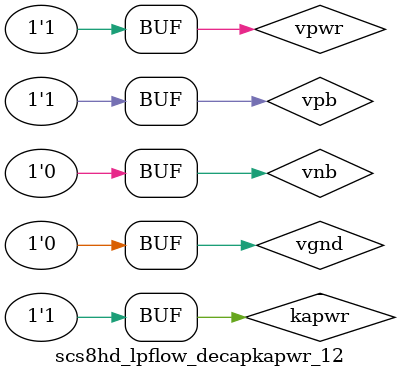
<source format=v>


`celldefine


`timescale 1ns / 1ps

module scs8hd_lpflow_decapkapwr_12  (


`ifdef SC_USE_PG_PIN
input vpwr,
input kapwr,
input vgnd
, input vpb
, input vnb
`endif

);

`ifdef functional
`else
`ifdef SC_USE_PG_PIN
`else
supply1 vpwr;
supply1 kapwr;
supply0 vgnd;
supply1 vpb;
supply0 vnb;
`endif
`endif


endmodule
`endcelldefine

</source>
